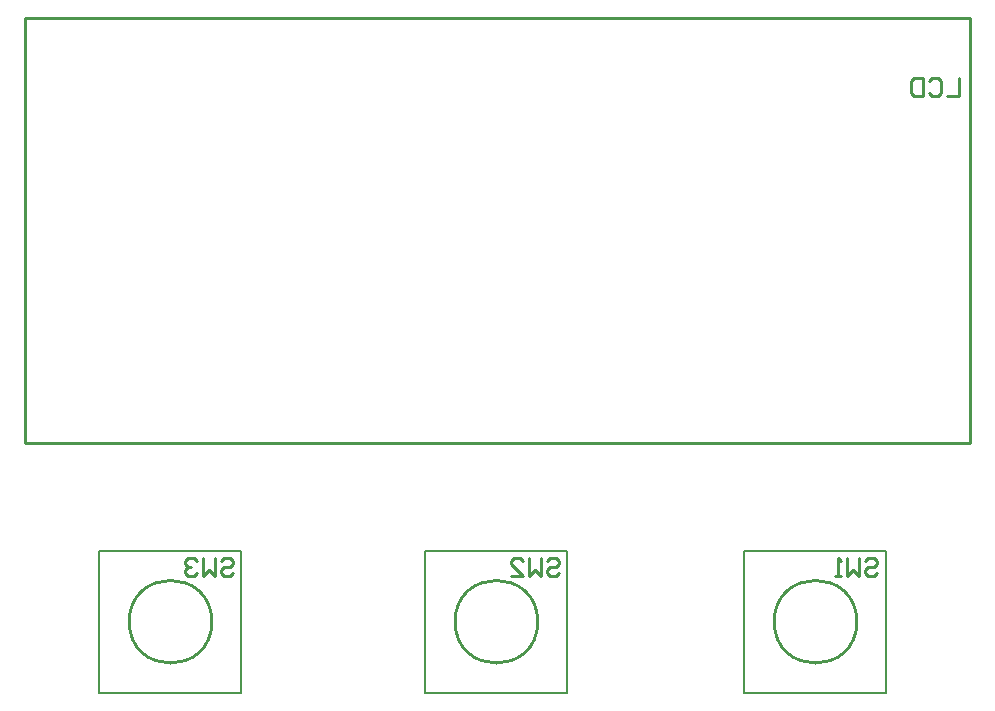
<source format=gbo>
G04*
G04 #@! TF.GenerationSoftware,Altium Limited,Altium Designer,21.3.2 (30)*
G04*
G04 Layer_Color=32896*
%FSTAX24Y24*%
%MOIN*%
G70*
G04*
G04 #@! TF.SameCoordinates,B3B2999D-E210-4126-8252-5E02B47327B5*
G04*
G04*
G04 #@! TF.FilePolarity,Positive*
G04*
G01*
G75*
%ADD16C,0.0100*%
%ADD19C,0.0080*%
D16*
X031288Y02296D02*
G03*
X031288Y02296I-001378J0D01*
G01*
X042151D02*
G03*
X042151Y02296I-001378J0D01*
G01*
X052788D02*
G03*
X052788Y02296I-001378J0D01*
G01*
X056562Y028916D02*
Y043089D01*
X025066Y028916D02*
X056562D01*
X025066D02*
Y043089D01*
X056562D01*
X0562Y0411D02*
Y0405D01*
X0558D01*
X0552Y041D02*
X0553Y0411D01*
X0555D01*
X0556Y041D01*
Y0406D01*
X0555Y0405D01*
X0553D01*
X0552Y0406D01*
X055Y0411D02*
Y0405D01*
X0547D01*
X0546Y0406D01*
Y041D01*
X0547Y0411D01*
X055D01*
X0316Y025D02*
X0317Y0251D01*
X0319D01*
X032Y025D01*
Y0249D01*
X0319Y0248D01*
X0317D01*
X0316Y0247D01*
Y0246D01*
X0317Y0245D01*
X0319D01*
X032Y0246D01*
X0314Y0251D02*
Y0245D01*
X0312Y0247D01*
X031Y0245D01*
Y0251D01*
X0308Y025D02*
X0307Y0251D01*
X0305D01*
X0304Y025D01*
Y0249D01*
X0305Y0248D01*
X0306D01*
X0305D01*
X0304Y0247D01*
Y0246D01*
X0305Y0245D01*
X0307D01*
X0308Y0246D01*
X04245Y025D02*
X04255Y0251D01*
X04275D01*
X04285Y025D01*
Y0249D01*
X04275Y0248D01*
X04255D01*
X04245Y0247D01*
Y0246D01*
X04255Y0245D01*
X04275D01*
X04285Y0246D01*
X04225Y0251D02*
Y0245D01*
X04205Y0247D01*
X04185Y0245D01*
Y0251D01*
X04125Y0245D02*
X04165D01*
X04125Y0249D01*
Y025D01*
X04135Y0251D01*
X04155D01*
X04165Y025D01*
X05305D02*
X05315Y0251D01*
X05335D01*
X05345Y025D01*
Y0249D01*
X05335Y0248D01*
X05315D01*
X05305Y0247D01*
Y0246D01*
X05315Y0245D01*
X05335D01*
X05345Y0246D01*
X05285Y0251D02*
Y0245D01*
X05265Y0247D01*
X05245Y0245D01*
Y0251D01*
X05225Y0245D02*
X05205D01*
X05215D01*
Y0251D01*
X05225Y025D01*
D19*
X02754Y02533D02*
X03227D01*
Y02059D02*
Y02533D01*
X02754Y02059D02*
X03227D01*
X02754D02*
Y02533D01*
X038403D02*
X043133D01*
Y02059D02*
Y02533D01*
X038403Y02059D02*
X043133D01*
X038403D02*
Y02533D01*
X04904D02*
X05377D01*
Y02059D02*
Y02533D01*
X04904Y02059D02*
X05377D01*
X04904D02*
Y02533D01*
M02*

</source>
